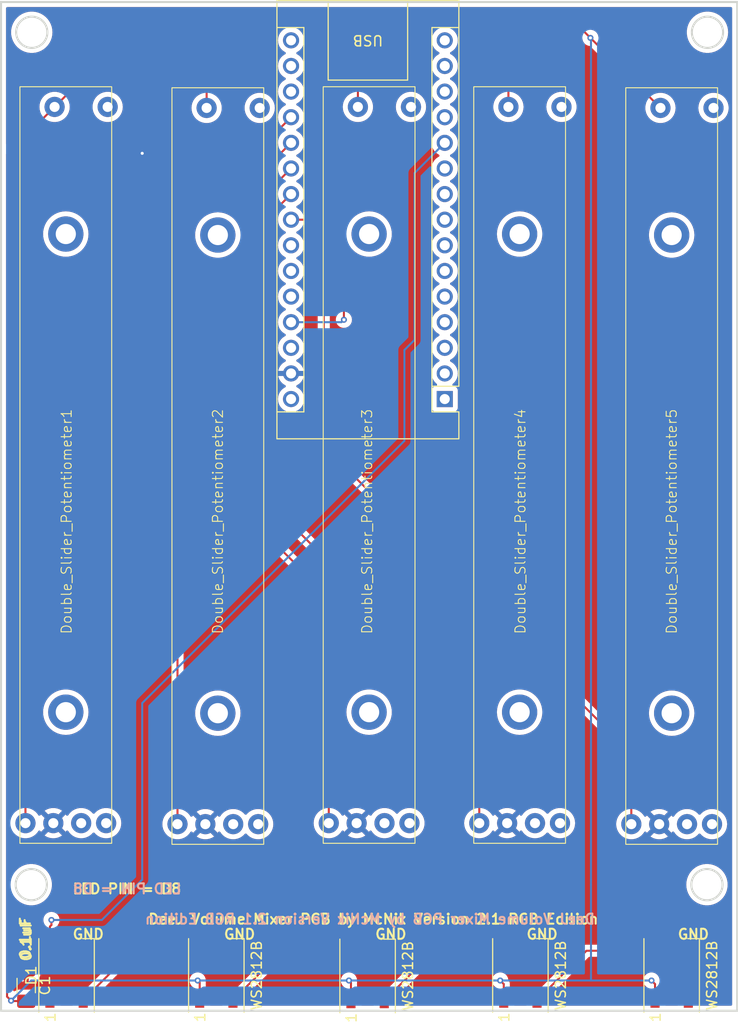
<source format=kicad_pcb>
(kicad_pcb (version 20240108) (generator "pcbnew") (generator_version "8.0")
  (layers (0 "F.Cu" signal) (31 "B.Cu" signal) (34 "B.Paste" user) (35 "F.Paste" user) (36 "B.SilkS" user "B.Silkscreen") (37 "F.SilkS" user "F.Silkscreen") (38 "B.Mask" user) (39 "F.Mask" user) (44 "Edge.Cuts" user))
  (net 0 "")
  (net 5 "Net-(A1-A4)")
  (net 6 "Net-(A1-A1)")
  (net 16 "Net-(A1-A0)")
  (net 18 "Net-(A1-D8)")
  (net 20 "Net-(A1-A2)")
  (net 21 "Net-(A1-A3)")
  (net 44 "GND")
  (net 45 "+5V")
  (net 46 "Net-(D1-DOUT)")
  (net 47 "Net-(D2-DOUT)")
  (net 48 "Net-(D3-DOUT)")
  (net 49 "Net-(D4-DOUT)")
  (footprint "Niks_Footprints:Potentiometer B103 Slider 75x9.1mm" (layer "F.Cu") (at 109.95 100)
    (property "Reference" "Double_Slider_Potentiometer5" (at 4.55 -32 90) (layer "F.SilkS") (effects (font (thickness 0.1))))
    (property "Value" "~")
    (fp_rect (start 0 -75) (end 9.1 0) (stroke (width 0.1)) (fill none) (layer "F.SilkS"))
    (pad "1" thru_hole circle (at 0.55 -2) (size 2 2) (drill 1) (layers "*.Cu" "*.Mask") (net 5 "Net-(A1-A4)"))
    (pad "2" thru_hole circle (at 3.312 -2) (size 2 2) (drill 1) (layers "*.Cu" "*.Mask") (net 44 "GND"))
    (pad "3" thru_hole circle (at 6.074 -2) (size 2 2) (drill 1) (layers "*.Cu" "*.Mask"))
    (pad "4" thru_hole circle (at 8.55 -2) (size 2 2) (drill 1) (layers "*.Cu" "*.Mask"))
    (pad "5" thru_hole circle (at 3.438 -73) (size 2 2) (drill 1) (layers "*.Cu" "*.Mask") (net 45 "+5V"))
    (pad "6" thru_hole circle (at 8.7 -73) (size 2 2) (drill 1) (layers "*.Cu" "*.Mask"))
    (pad "7" thru_hole circle (at 4.55 -13) (size 3.5 3.5) (drill 2) (layers "*.Cu" "*.Mask"))
    (pad "8" thru_hole circle (at 4.55 -60.4) (size 3.5 3.5) (drill 2) (layers "*.Cu" "*.Mask"))
  )
  (footprint "LED_SMD:LED_WS2812B_PLCC4_5.0x5.0mm_P3.2mm" (layer "F.Cu") (at 99.5 113 90)
    (property "Reference" "D4" (hide yes))
    (property "Value" "WS2812B" (at 0 4 -90) (layer "F.SilkS"))
    (fp_line (start -3.65 -2.75) (end 3.65 -2.75) (stroke (width 0.12)) (layer "F.SilkS"))
    (fp_line (start 3.65 2.75) (end 3.65 1.6) (stroke (width 0.12)) (layer "F.SilkS"))
    (fp_line (start -3.65 2.75) (end 3.65 2.75) (stroke (width 0.12)) (layer "F.SilkS"))
    (fp_text user "1" (at -4.15 -1.6 -90) (layer "F.SilkS"))
    (pad "1" smd rect (at -2.45 -1.65 90) (size 1.5 0.9) (layers "F.Cu" "F.Paste" "F.Mask") (net 45 "+5V"))
    (pad "2" smd rect (at -2.45 1.65 90) (size 1.5 0.9) (layers "F.Cu" "F.Paste" "F.Mask") (net 49 "Net-(D4-DOUT)"))
    (pad "3" smd rect (at 2.45 1.65 90) (size 1.5 0.9) (layers "F.Cu" "F.Paste" "F.Mask") (net 44 "GND"))
    (pad "4" smd rect (at 2.45 -1.65 90) (size 1.5 0.9) (layers "F.Cu" "F.Paste" "F.Mask") (net 48 "Net-(D3-DOUT)"))
  )
  (footprint "Module:Arduino_Nano" (layer "F.Cu") (at 92 55.86 180)
    (property "Reference" "A1" (hide yes))
    (property "Value" "Arduino_Nano_v3.x")
    (fp_line (start 16.64 39.5) (end 16.64 -3.94) (stroke (width 0.12)) (layer "F.SilkS"))
    (fp_line (start 16.64 39.5) (end 11.56 39.5) (stroke (width 0.12)) (layer "F.SilkS"))
    (fp_line (start 16.64 -3.94) (end -1.4 -3.94) (stroke (width 0.12)) (layer "F.SilkS"))
    (fp_line (start 13.97 36.83) (end 16.64 36.83) (stroke (width 0.12)) (layer "F.SilkS"))
    (fp_line (start 13.97 -1.27) (end 16.64 -1.27) (stroke (width 0.12)) (layer "F.SilkS"))
    (fp_line (start 13.97 -1.27) (end 13.97 36.83) (stroke (width 0.12)) (layer "F.SilkS"))
    (fp_line (start 11.56 39.5) (end 3.68 39.5) (stroke (width 0.12)) (layer "F.SilkS"))
    (fp_line (start 11.56 31.62) (end 11.56 39.5) (stroke (width 0.12)) (layer "F.SilkS"))
    (fp_line (start 3.68 39.5) (end 3.68 31.62) (stroke (width 0.12)) (layer "F.SilkS"))
    (fp_line (start 3.68 31.62) (end 11.56 31.62) (stroke (width 0.12)) (layer "F.SilkS"))
    (fp_line (start 1.27 36.83) (end -1.4 36.83) (stroke (width 0.12)) (layer "F.SilkS"))
    (fp_line (start 1.27 1.27) (end 1.27 36.83) (stroke (width 0.12)) (layer "F.SilkS"))
    (fp_line (start 1.27 1.27) (end 1.27 -1.27) (stroke (width 0.12)) (layer "F.SilkS"))
    (fp_line (start 1.27 1.27) (end -1.4 1.27) (stroke (width 0.12)) (layer "F.SilkS"))
    (fp_line (start 1.27 -1.27) (end -1.4 -1.27) (stroke (width 0.12)) (layer "F.SilkS"))
    (fp_line (start -1.4 39.5) (end 3.68 39.5) (stroke (width 0.12)) (layer "F.SilkS"))
    (fp_line (start -1.4 1.27) (end -1.4 39.5) (stroke (width 0.12)) (layer "F.SilkS"))
    (fp_line (start -1.4 -3.94) (end -1.4 -1.27) (stroke (width 0.12)) (layer "F.SilkS"))
    (fp_text user "USB" (at 7.62 35.56 180) (layer "F.SilkS"))
    (pad "1" thru_hole rect (at 0 0 180) (size 1.6 1.6) (drill 1) (layers "*.Cu" "*.Mask"))
    (pad "2" thru_hole oval (at 0 2.54 180) (size 1.6 1.6) (drill 1) (layers "*.Cu" "*.Mask"))
    (pad "3" thru_hole oval (at 0 5.08 180) (size 1.6 1.6) (drill 1) (layers "*.Cu" "*.Mask"))
    (pad "4" thru_hole oval (at 0 7.62 180) (size 1.6 1.6) (drill 1) (layers "*.Cu" "*.Mask"))
    (pad "5" thru_hole oval (at 0 10.16 180) (size 1.6 1.6) (drill 1) (layers "*.Cu" "*.Mask"))
    (pad "6" thru_hole oval (at 0 12.7 180) (size 1.6 1.6) (drill 1) (layers "*.Cu" "*.Mask"))
    (pad "7" thru_hole oval (at 0 15.24 180) (size 1.6 1.6) (drill 1) (layers "*.Cu" "*.Mask"))
    (pad "8" thru_hole oval (at 0 17.78 180) (size 1.6 1.6) (drill 1) (layers "*.Cu" "*.Mask"))
    (pad "9" thru_hole oval (at 0 20.32 180) (size 1.6 1.6) (drill 1) (layers "*.Cu" "*.Mask"))
    (pad "10" thru_hole oval (at 0 22.86 180) (size 1.6 1.6) (drill 1) (layers "*.Cu" "*.Mask"))
    (pad "11" thru_hole oval (at 0 25.4 180) (size 1.6 1.6) (drill 1) (layers "*.Cu" "*.Mask") (net 18 "Net-(A1-D8)"))
    (pad "12" thru_hole oval (at 0 27.94 180) (size 1.6 1.6) (drill 1) (layers "*.Cu" "*.Mask"))
    (pad "13" thru_hole oval (at 0 30.48 180) (size 1.6 1.6) (drill 1) (layers "*.Cu" "*.Mask"))
    (pad "14" thru_hole oval (at 0 33.02 180) (size 1.6 1.6) (drill 1) (layers "*.Cu" "*.Mask"))
    (pad "15" thru_hole oval (at 0 35.56 180) (size 1.6 1.6) (drill 1) (layers "*.Cu" "*.Mask"))
    (pad "16" thru_hole oval (at 15.24 35.56 180) (size 1.6 1.6) (drill 1) (layers "*.Cu" "*.Mask"))
    (pad "17" thru_hole oval (at 15.24 33.02 180) (size 1.6 1.6) (drill 1) (layers "*.Cu" "*.Mask"))
    (pad "18" thru_hole oval (at 15.24 30.48 180) (size 1.6 1.6) (drill 1) (layers "*.Cu" "*.Mask"))
    (pad "19" thru_hole oval (at 15.24 27.94 180) (size 1.6 1.6) (drill 1) (layers "*.Cu" "*.Mask") (net 16 "Net-(A1-A0)"))
    (pad "20" thru_hole oval (at 15.24 25.4 180) (size 1.6 1.6) (drill 1) (layers "*.Cu" "*.Mask") (net 6 "Net-(A1-A1)"))
    (pad "21" thru_hole oval (at 15.24 22.86 180) (size 1.6 1.6) (drill 1) (layers "*.Cu" "*.Mask") (net 20 "Net-(A1-A2)"))
    (pad "22" thru_hole oval (at 15.24 20.32 180) (size 1.6 1.6) (drill 1) (layers "*.Cu" "*.Mask") (net 21 "Net-(A1-A3)"))
    (pad "23" thru_hole oval (at 15.24 17.78 180) (size 1.6 1.6) (drill 1) (layers "*.Cu" "*.Mask") (net 5 "Net-(A1-A4)"))
    (pad "24" thru_hole oval (at 15.24 15.24 180) (size 1.6 1.6) (drill 1) (layers "*.Cu" "*.Mask"))
    (pad "25" thru_hole oval (at 15.24 12.7 180) (size 1.6 1.6) (drill 1) (layers "*.Cu" "*.Mask"))
    (pad "26" thru_hole oval (at 15.24 10.16 180) (size 1.6 1.6) (drill 1) (layers "*.Cu" "*.Mask"))
    (pad "27" thru_hole oval (at 15.24 7.62 180) (size 1.6 1.6) (drill 1) (layers "*.Cu" "*.Mask") (net 45 "+5V"))
    (pad "28" thru_hole oval (at 15.24 5.08 180) (size 1.6 1.6) (drill 1) (layers "*.Cu" "*.Mask"))
    (pad "29" thru_hole oval (at 15.24 2.54 180) (size 1.6 1.6) (drill 1) (layers "*.Cu" "*.Mask") (net 44 "GND"))
    (pad "30" thru_hole oval (at 15.24 0 180) (size 1.6 1.6) (drill 1) (layers "*.Cu" "*.Mask"))
  )
  (footprint "LED_SMD:LED_WS2812B_PLCC4_5.0x5.0mm_P3.2mm" (layer "F.Cu") (at 69.35 113 90)
    (property "Reference" "D2" (hide yes))
    (property "Value" "WS2812B" (at 0 4 -90) (layer "F.SilkS"))
    (fp_line (start -3.65 -2.75) (end 3.65 -2.75) (stroke (width 0.12)) (layer "F.SilkS"))
    (fp_line (start 3.65 2.75) (end 3.65 1.6) (stroke (width 0.12)) (layer "F.SilkS"))
    (fp_line (start -3.65 2.75) (end 3.65 2.75) (stroke (width 0.12)) (layer "F.SilkS"))
    (fp_text user "1" (at -4.15 -1.6 -90) (layer "F.SilkS"))
    (pad "1" smd rect (at -2.45 -1.65 90) (size 1.5 0.9) (layers "F.Cu" "F.Paste" "F.Mask") (net 45 "+5V"))
    (pad "2" smd rect (at -2.45 1.65 90) (size 1.5 0.9) (layers "F.Cu" "F.Paste" "F.Mask") (net 47 "Net-(D2-DOUT)"))
    (pad "3" smd rect (at 2.45 1.65 90) (size 1.5 0.9) (layers "F.Cu" "F.Paste" "F.Mask") (net 44 "GND"))
    (pad "4" smd rect (at 2.45 -1.65 90) (size 1.5 0.9) (layers "F.Cu" "F.Paste" "F.Mask") (net 46 "Net-(D1-DOUT)"))
  )
  (footprint "LED_SMD:LED_WS2812B_PLCC4_5.0x5.0mm_P3.2mm" (layer "F.Cu") (at 84.35 113.05 90)
    (property "Reference" "D3" (hide yes))
    (property "Value" "WS2812B" (at 0 4 -90) (layer "F.SilkS"))
    (fp_line (start -3.65 -2.75) (end 3.65 -2.75) (stroke (width 0.12)) (layer "F.SilkS"))
    (fp_line (start 3.65 2.75) (end 3.65 1.6) (stroke (width 0.12)) (layer "F.SilkS"))
    (fp_line (start -3.65 2.75) (end 3.65 2.75) (stroke (width 0.12)) (layer "F.SilkS"))
    (fp_text user "1" (at -4.15 -1.6 -90) (layer "F.SilkS"))
    (pad "1" smd rect (at -2.45 -1.65 90) (size 1.5 0.9) (layers "F.Cu" "F.Paste" "F.Mask") (net 45 "+5V"))
    (pad "2" smd rect (at -2.45 1.65 90) (size 1.5 0.9) (layers "F.Cu" "F.Paste" "F.Mask") (net 48 "Net-(D3-DOUT)"))
    (pad "3" smd rect (at 2.45 1.65 90) (size 1.5 0.9) (layers "F.Cu" "F.Paste" "F.Mask") (net 44 "GND"))
    (pad "4" smd rect (at 2.45 -1.65 90) (size 1.5 0.9) (layers "F.Cu" "F.Paste" "F.Mask") (net 47 "Net-(D2-DOUT)"))
  )
  (footprint "Niks_Footprints:Potentiometer B103 Slider 75x9.1mm" (layer "F.Cu") (at 64.95 100)
    (property "Reference" "Double_Slider_Potentiometer2" (at 4.55 -32 90) (layer "F.SilkS") (effects (font (thickness 0.1))))
    (property "Value" "~")
    (fp_rect (start 0 -75) (end 9.1 0) (stroke (width 0.1)) (fill none) (layer "F.SilkS"))
    (pad "1" thru_hole circle (at 0.55 -2) (size 2 2) (drill 1) (layers "*.Cu" "*.Mask") (net 6 "Net-(A1-A1)"))
    (pad "2" thru_hole circle (at 3.312 -2) (size 2 2) (drill 1) (layers "*.Cu" "*.Mask") (net 44 "GND"))
    (pad "3" thru_hole circle (at 6.074 -2) (size 2 2) (drill 1) (layers "*.Cu" "*.Mask"))
    (pad "4" thru_hole circle (at 8.55 -2) (size 2 2) (drill 1) (layers "*.Cu" "*.Mask"))
    (pad "5" thru_hole circle (at 3.438 -73) (size 2 2) (drill 1) (layers "*.Cu" "*.Mask") (net 45 "+5V"))
    (pad "6" thru_hole circle (at 8.7 -73) (size 2 2) (drill 1) (layers "*.Cu" "*.Mask"))
    (pad "7" thru_hole circle (at 4.55 -13) (size 3.5 3.5) (drill 2) (layers "*.Cu" "*.Mask"))
    (pad "8" thru_hole circle (at 4.55 -60.4) (size 3.5 3.5) (drill 2) (layers "*.Cu" "*.Mask"))
  )
  (footprint "Niks_Footprints:Potentiometer B103 Slider 75x9.1mm" (layer "F.Cu") (at 49.875 99.9)
    (property "Reference" "Double_Slider_Potentiometer1" (at 4.625 -31.9 90) (layer "F.SilkS") (effects (font (thickness 0.1))))
    (property "Value" "~")
    (fp_rect (start 0 -75) (end 9.1 0) (stroke (width 0.1)) (fill none) (layer "F.SilkS"))
    (pad "1" thru_hole circle (at 0.55 -2) (size 2 2) (drill 1) (layers "*.Cu" "*.Mask") (net 16 "Net-(A1-A0)"))
    (pad "2" thru_hole circle (at 3.312 -2) (size 2 2) (drill 1) (layers "*.Cu" "*.Mask") (net 44 "GND"))
    (pad "3" thru_hole circle (at 6.074 -2) (size 2 2) (drill 1) (layers "*.Cu" "*.Mask"))
    (pad "4" thru_hole circle (at 8.55 -2) (size 2 2) (drill 1) (layers "*.Cu" "*.Mask"))
    (pad "5" thru_hole circle (at 3.438 -73) (size 2 2) (drill 1) (layers "*.Cu" "*.Mask") (net 45 "+5V"))
    (pad "6" thru_hole circle (at 8.7 -73) (size 2 2) (drill 1) (layers "*.Cu" "*.Mask"))
    (pad "7" thru_hole circle (at 4.55 -13) (size 3.5 3.5) (drill 2) (layers "*.Cu" "*.Mask"))
    (pad "8" thru_hole circle (at 4.55 -60.4) (size 3.5 3.5) (drill 2) (layers "*.Cu" "*.Mask"))
  )
  (footprint "LED_SMD:LED_WS2812B_PLCC4_5.0x5.0mm_P3.2mm" (layer "F.Cu") (at 54.5 113 90)
    (property "Reference" "D1" (at 0 -3.5 90) (layer "F.SilkS"))
    (property "Value" "WS2812B")
    (fp_line (start -3.65 -2.75) (end 3.65 -2.75) (stroke (width 0.12)) (layer "F.SilkS"))
    (fp_line (start 3.65 2.75) (end 3.65 1.6) (stroke (width 0.12)) (layer "F.SilkS"))
    (fp_line (start -3.65 2.75) (end 3.65 2.75) (stroke (width 0.12)) (layer "F.SilkS"))
    (fp_text user "1" (at -4.15 -1.6 90) (layer "F.SilkS"))
    (pad "1" smd rect (at -2.45 -1.65 90) (size 1.5 0.9) (layers "F.Cu" "F.Paste" "F.Mask") (net 45 "+5V"))
    (pad "2" smd rect (at -2.45 1.65 90) (size 1.5 0.9) (layers "F.Cu" "F.Paste" "F.Mask") (net 46 "Net-(D1-DOUT)"))
    (pad "3" smd rect (at 2.45 1.65 90) (size 1.5 0.9) (layers "F.Cu" "F.Paste" "F.Mask") (net 44 "GND"))
    (pad "4" smd rect (at 2.45 -1.65 90) (size 1.5 0.9) (layers "F.Cu" "F.Paste" "F.Mask") (net 18 "Net-(A1-D8)"))
  )
  (footprint "LED_SMD:LED_WS2812B_PLCC4_5.0x5.0mm_P3.2mm" (layer "F.Cu") (at 114.5 113 90)
    (property "Reference" "D5" (hide yes))
    (property "Value" "WS2812B" (at 0 4 -90) (layer "F.SilkS"))
    (fp_line (start -3.65 -2.75) (end 3.65 -2.75) (stroke (width 0.12)) (layer "F.SilkS"))
    (fp_line (start 3.65 2.75) (end 3.65 1.6) (stroke (width 0.12)) (layer "F.SilkS"))
    (fp_line (start -3.65 2.75) (end 3.65 2.75) (stroke (width 0.12)) (layer "F.SilkS"))
    (fp_text user "1" (at -4.15 -1.6 -90) (layer "F.SilkS"))
    (pad "1" smd rect (at -2.45 -1.65 90) (size 1.5 0.9) (layers "F.Cu" "F.Paste" "F.Mask") (net 45 "+5V"))
    (pad "2" smd rect (at -2.45 1.65 90) (size 1.5 0.9) (layers "F.Cu" "F.Paste" "F.Mask"))
    (pad "3" smd rect (at 2.45 1.65 90) (size 1.5 0.9) (layers "F.Cu" "F.Paste" "F.Mask") (net 44 "GND"))
    (pad "4" smd rect (at 2.45 -1.65 90) (size 1.5 0.9) (layers "F.Cu" "F.Paste" "F.Mask") (net 49 "Net-(D4-DOUT)"))
  )
  (footprint "Niks_Footprints:Potentiometer B103 Slider 75x9.1mm" (layer "F.Cu") (at 94.875 99.9)
    (property "Reference" "Double_Slider_Potentiometer4" (at 4.625 -31.9 90) (layer "F.SilkS") (effects (font (thickness 0.1))))
    (property "Value" "~")
    (fp_rect (start 0 -75) (end 9.1 0) (stroke (width 0.1)) (fill none) (layer "F.SilkS"))
    (pad "1" thru_hole circle (at 0.55 -2) (size 2 2) (drill 1) (layers "*.Cu" "*.Mask") (net 21 "Net-(A1-A3)"))
    (pad "2" thru_hole circle (at 3.312 -2) (size 2 2) (drill 1) (layers "*.Cu" "*.Mask") (net 44 "GND"))
    (pad "3" thru_hole circle (at 6.074 -2) (size 2 2) (drill 1) (layers "*.Cu" "*.Mask"))
    (pad "4" thru_hole circle (at 8.55 -2) (size 2 2) (drill 1) (layers "*.Cu" "*.Mask"))
    (pad "5" thru_hole circle (at 3.438 -73) (size 2 2) (drill 1) (layers "*.Cu" "*.Mask") (net 45 "+5V"))
    (pad "6" thru_hole circle (at 8.7 -73) (size 2 2) (drill 1) (layers "*.Cu" "*.Mask"))
    (pad "7" thru_hole circle (at 4.55 -13) (size 3.5 3.5) (drill 2) (layers "*.Cu" "*.Mask"))
    (pad "8" thru_hole circle (at 4.55 -60.4) (size 3.5 3.5) (drill 2) (layers "*.Cu" "*.Mask"))
  )
  (footprint "Capacitor_SMD:C_1206_3216Metric_Pad1.33x1.80mm_HandSolder" (layer "F.Cu") (at 50.5 114 -90)
    (property "Reference" "C1" (at 0 -1.85 90) (layer "F.SilkS"))
    (property "Value" "0.1uF" (at -4.5 0 90) (layer "F.SilkS") (effects (font (thickness 0.2) (bold yes))))
    (fp_line (start -0.711252 0.91) (end 0.711252 0.91) (stroke (width 0.12)) (layer "F.SilkS"))
    (fp_line (start -0.711252 -0.91) (end 0.711252 -0.91) (stroke (width 0.12)) (layer "F.SilkS"))
    (pad "1" smd roundrect (at -1.5625 0 270) (size 1.325 1.8) (layers "F.Cu" "F.Paste" "F.Mask") (roundrect_rratio 0.1886792453) (net 44 "GND"))
    (pad "2" smd roundrect (at 1.5625 0 270) (size 1.325 1.8) (layers "F.Cu" "F.Paste" "F.Mask") (roundrect_rratio 0.1886792453) (net 45 "+5V"))
  )
  (footprint "Niks_Footprints:Potentiometer B103 Slider 75x9.1mm" (layer "F.Cu") (at 79.95 99.9)
    (property "Reference" "Double_Slider_Potentiometer3" (at 4.35 -31.9 90) (layer "F.SilkS") (effects (font (thickness 0.1))))
    (property "Value" "~")
    (fp_rect (start 0 -75) (end 9.1 0) (stroke (width 0.1)) (fill none) (layer "F.SilkS"))
    (pad "1" thru_hole circle (at 0.55 -2) (size 2 2) (drill 1) (layers "*.Cu" "*.Mask") (net 20 "Net-(A1-A2)"))
    (pad "2" thru_hole circle (at 3.312 -2) (size 2 2) (drill 1) (layers "*.Cu" "*.Mask") (net 44 "GND"))
    (pad "3" thru_hole circle (at 6.074 -2) (size 2 2) (drill 1) (layers "*.Cu" "*.Mask"))
    (pad "4" thru_hole circle (at 8.55 -2) (size 2 2) (drill 1) (layers "*.Cu" "*.Mask"))
    (pad "5" thru_hole circle (at 3.438 -73) (size 2 2) (drill 1) (layers "*.Cu" "*.Mask") (net 45 "+5V"))
    (pad "6" thru_hole circle (at 8.7 -73) (size 2 2) (drill 1) (layers "*.Cu" "*.Mask"))
    (pad "7" thru_hole circle (at 4.55 -13) (size 3.5 3.5) (drill 2) (layers "*.Cu" "*.Mask"))
    (pad "8" thru_hole circle (at 4.55 -60.4) (size 3.5 3.5) (drill 2) (layers "*.Cu" "*.Mask"))
  )
  (gr_circle (center 51 104) (end 52.55 104) (stroke (width 0.2)) (fill none) (layer "Edge.Cuts"))
  (gr_circle (center 51.05 19.5) (end 52.6 19.5) (stroke (width 0.2)) (fill none) (layer "Edge.Cuts"))
  (gr_rect (start 48 16.5) (end 121 116.5) (stroke (width 0.2)) (fill none) (layer "Edge.Cuts"))
  (gr_circle (center 118 104) (end 119.55 104) (stroke (width 0.2)) (fill none) (layer "Edge.Cuts"))
  (gr_circle (center 118.05 19.5) (end 119.6 19.5) (stroke (width 0.2)) (fill none) (layer "Edge.Cuts"))
  (gr_text "DeeJ Volume Mixer PCB by McNik Version 2.1 RGB Edition" (at 107 108 0) (layer "B.SilkS") (effects (font (size 1 1) (thickness 0.2) (bold yes)) (justify left bottom mirror)))
  (gr_text "LED PIN = D8" (at 66 105 0) (layer "B.SilkS") (effects (font (size 1 1) (thickness 0.2) (bold yes)) (justify left bottom mirror)))
  (gr_text "GND" (at 55 109.5 0) (layer "F.SilkS") (effects (font (size 1 1) (thickness 0.2) (bold yes)) (justify left bottom)))
  (gr_text "LED PIN = D8" (at 55 105 0) (layer "F.SilkS") (effects (font (size 1 1) (thickness 0.2) (bold yes)) (justify left bottom)))
  (gr_text "0.1uF" (at 51 111.5 90) (layer "F.SilkS") (effects (font (size 1 1) (thickness 0.2) (bold yes)) (justify left bottom)))
  (gr_text "DeeJ Volume Mixer PCB by McNik Version 2.1 RGB Edition" (at 62.5 108 0) (layer "F.SilkS") (effects (font (size 1 1) (thickness 0.2) (bold yes)) (justify left bottom)))
  (gr_text "GND" (at 100 109.5 0) (layer "F.SilkS") (effects (font (size 1 1) (thickness 0.2) (bold yes)) (justify left bottom)))
  (gr_text "GND" (at 115 109.5 0) (layer "F.SilkS") (effects (font (size 1 1) (thickness 0.2) (bold yes)) (justify left bottom)))
  (gr_text "GND" (at 85 109.5 0) (layer "F.SilkS") (effects (font (size 1 1) (thickness 0.2) (bold yes)) (justify left bottom)))
  (gr_text "GND" (at 70 109.5 0) (layer "F.SilkS") (effects (font (size 1 1) (thickness 0.2) (bold yes)) (justify left bottom)))
  (segment (start 110.5 91) (end 80 60.5) (width 0.2) (layer "F.Cu") (net 5))
  (segment (start 78.08 38.08) (end 76.76 38.08) (width 0.2) (layer "F.Cu") (net 5))
  (segment (start 80 40) (end 78.08 38.08) (width 0.2) (layer "F.Cu") (net 5))
  (segment (start 110.5 98) (end 110.5 91) (width 0.2) (layer "F.Cu") (net 5))
  (segment (start 80 60.5) (end 80 40) (width 0.2) (layer "F.Cu") (net 5))
  (segment (start 72.5 41.5) (end 72.5 34.72) (width 0.2) (layer "F.Cu") (net 6))
  (segment (start 65.5 98) (end 65.5 48.5) (width 0.2) (layer "F.Cu") (net 6))
  (segment (start 72.5 34.72) (end 76.76 30.46) (width 0.2) (layer "F.Cu") (net 6))
  (segment (start 65.5 48.5) (end 72.5 41.5) (width 0.2) (layer "F.Cu") (net 6))
  (segment (start 50.425 54.255) (end 76.76 27.92) (width 0.2) (layer "F.Cu") (net 16))
  (segment (start 50.425 97.9) (end 50.425 54.255) (width 0.2) (layer "F.Cu") (net 16))
  (segment (start 53 107.5) (end 53 108) (width 0.2) (layer "F.Cu") (net 18))
  (segment (start 53 108) (end 52.85 108.15) (width 0.2) (layer "F.Cu") (net 18))
  (segment (start 52.85 108.15) (end 52.85 110.55) (width 0.2) (layer "F.Cu") (net 18))
  (via (at 53 107.5) (size 0.6) (drill 0.3) (layers "F.Cu" "B.Cu") (net 18))
  (segment (start 88 60) (end 62 86) (width 0.2) (layer "B.Cu") (net 18))
  (segment (start 58 107.5) (end 53 107.5) (width 0.2) (layer "B.Cu") (net 18))
  (segment (start 92 30.46) (end 89 33.46) (width 0.2) (layer "B.Cu") (net 18))
  (segment (start 62 103.5) (end 58 107.5) (width 0.2) (layer "B.Cu") (net 18))
  (segment (start 89 50) (end 88 51) (width 0.2) (layer "B.Cu") (net 18))
  (segment (start 62 86) (end 62 103.5) (width 0.2) (layer "B.Cu") (net 18))
  (segment (start 89 33.46) (end 89 50) (width 0.2) (layer "B.Cu") (net 18))
  (segment (start 88 51) (end 88 60) (width 0.2) (layer "B.Cu") (net 18))
  (segment (start 73.5 36.26) (end 76.76 33) (width 0.2) (layer "F.Cu") (net 20))
  (segment (start 80.5 97.9) (end 80.1 97.9) (width 0.2) (layer "F.Cu") (net 20))
  (segment (start 80.1 97.9) (end 80 98) (width 0.2) (layer "F.Cu") (net 20))
  (segment (start 80.5 97.9) (end 80.5 75.5) (width 0.2) (layer "F.Cu") (net 20))
  (segment (start 73.5 68.5) (end 73.5 36.26) (width 0.2) (layer "F.Cu") (net 20))
  (segment (start 80.5 75.5) (end 73.5 68.5) (width 0.2) (layer "F.Cu") (net 20))
  (segment (start 95.425 86.925) (end 95.425 97.9) (width 0.2) (layer "F.Cu") (net 21))
  (segment (start 74.5 37.5) (end 74.5 66) (width 0.2) (layer "F.Cu") (net 21))
  (segment (start 76.76 35.54) (end 74.8 37.5) (width 0.2) (layer "F.Cu") (net 21))
  (segment (start 74.5 66) (end 95.425 86.925) (width 0.2) (layer "F.Cu") (net 21))
  (segment (start 74.8 37.5) (end 74.5 37.5) (width 0.2) (layer "F.Cu") (net 21))
  (via (at 62 31.5) (size 0.6) (drill 0.3) (layers "F.Cu" "B.Cu") (net 44))
  (segment (start 112.7625 115.5375) (end 112.85 115.45) (width 0.2) (layer "F.Cu") (net 45))
  (segment (start 97.7625 115.5375) (end 97.85 115.45) (width 0.2) (layer "F.Cu") (net 45))
  (segment (start 112.5 113.5) (end 112.4625 113.4625) (width 0.2) (layer "F.Cu") (net 45))
  (segment (start 82.7 115.5) (end 82.7 113.7) (width 0.2) (layer "F.Cu") (net 45))
  (segment (start 106.444 20.056) (end 113.388 27) (width 0.2) (layer "F.Cu") (net 45))
  (segment (start 68.388 27) (end 68.388 18.612) (width 0.2) (layer "F.Cu") (net 45))
  (segment (start 83.388 18.612) (end 83.5 18.5) (width 0.2) (layer "F.Cu") (net 45))
  (segment (start 82.5 113.5) (end 82.4625 113.4625) (width 0.2) (layer "F.Cu") (net 45))
  (segment (start 98.5 18.5) (end 104.888 18.5) (width 0.2) (layer "F.Cu") (net 45))
  (segment (start 67.7 113.7) (end 67.5 113.5) (width 0.2) (layer "F.Cu") (net 45))
  (segment (start 83.388 26.9) (end 83.388 18.612) (width 0.2) (layer "F.Cu") (net 45))
  (segment (start 83.5 18.5) (end 98.5 18.5) (width 0.2) (layer "F.Cu") (net 45))
  (segment (start 68.5 18.5) (end 80 18.5) (width 0.2) (layer "F.Cu") (net 45))
  (segment (start 97.85 115.45) (end 97.85 113.85) (width 0.2) (layer "F.Cu") (net 45))
  (segment (start 52.85 115.45) (end 52.7625 115.5375) (width 0.2) (layer "F.Cu") (net 45))
  (segment (start 98.313 18.687) (end 98.5 18.5) (width 0.2) (layer "F.Cu") (net 45))
  (segment (start 112.85 113.85) (end 112.5 113.5) (width 0.2) (layer "F.Cu") (net 45))
  (segment (start 112.85 115.45) (end 112.85 113.85) (width 0.2) (layer "F.Cu") (net 45))
  (segment (start 68.388 18.612) (end 68.5 18.5) (width 0.2) (layer "F.Cu") (net 45))
  (segment (start 49 115.5) (end 48.6 115.1) (width 0.2) (layer "F.Cu") (net 45))
  (segment (start 49.0375 115.5375) (end 49 115.5) (width 0.2) (layer "F.Cu") (net 45))
  (segment (start 82.6625 115.5375) (end 82.7 115.5) (width 0.2) (layer "F.Cu") (net 45))
  (segment (start 82.7 113.7) (end 82.5 113.5) (width 0.2) (layer "F.Cu") (net 45))
  (segment (start 80 18.5) (end 83.5 18.5) (width 0.2) (layer "F.Cu") (net 45))
  (segment (start 98.313 26.9) (end 98.313 18.687) (width 0.2) (layer "F.Cu") (net 45))
  (segment (start 67.6125 115.5375) (end 67.7 115.45) (width 0.2) (layer "F.Cu") (net 45))
  (segment (start 48.6 31.613) (end 53.313 26.9) (width 0.2) (layer "F.Cu") (net 45))
  (segment (start 80.5 37) (end 80.5 19) (width 0.2) (layer "F.Cu") (net 45))
  (segment (start 97.85 113.85) (end 97.5 113.5) (width 0.2) (layer "F.Cu") (net 45))
  (segment (start 104.888 18.5) (end 106.444 20.056) (width 0.2) (layer "F.Cu") (net 45))
  (segment (start 48.6 115.1) (end 48.6 31.613) (width 0.2) (layer "F.Cu") (net 45))
  (segment (start 80.5 19) (end 80 18.5) (width 0.2) (layer "F.Cu") (net 45))
  (segment (start 52.7625 115.5375) (end 49.0375 115.5375) (width 0.2) (layer "F.Cu") (net 45))
  (segment (start 67.7 115.45) (end 67.7 113.7) (width 0.2) (layer "F.Cu") (net 45))
  (segment (start 82 38.5) (end 80.5 37) (width 0.2) (layer "F.Cu") (net 45))
  (segment (start 82 48) (end 82 38.5) (width 0.2) (layer "F.Cu") (net 45))
  (segment (start 53.313 26.9) (end 61.713 18.5) (width 0.2) (layer "F.Cu") (net 45))
  (segment (start 61.713 18.5) (end 68.5 18.5) (width 0.2) (layer "F.Cu") (net 45))
  (via (at 82.5 113.5) (size 0.6) (drill 0.3) (layers "F.Cu" "B.Cu") (net 45))
  (via (at 49 115.5) (size 0.6) (drill 0.3) (layers "F.Cu" "B.Cu") (net 45))
  (via (at 97.5 113.5) (size 0.6) (drill 0.3) (layers "F.Cu" "B.Cu") (net 45))
  (via (at 67.5 113.5) (size 0.6) (drill 0.3) (layers "F.Cu" "B.Cu") (net 45))
  (via (at 82 48) (size 0.6) (drill 0.3) (layers "F.Cu" "B.Cu") (net 45))
  (via (at 112.5 113.5) (size 0.6) (drill 0.3) (layers "F.Cu" "B.Cu") (net 45))
  (via (at 106.444 20.056) (size 0.6) (drill 0.3) (layers "F.Cu" "B.Cu") (net 45))
  (segment (start 106.5 103.5) (end 106.5 20.112) (width 0.2) (layer "B.Cu") (net 45))
  (segment (start 82.5 113.5) (end 67.5 113.5) (width 0.2) (layer "B.Cu") (net 45))
  (segment (start 49 115.5) (end 49.5 115) (width 0.2) (layer "B.Cu") (net 45))
  (segment (start 106.5 103.5) (end 106.5 104) (width 0.2) (layer "B.Cu") (net 45))
  (segment (start 106.5 104) (end 106.5 113.5) (width 0.2) (layer "B.Cu") (net 45))
  (segment (start 106.5 20.112) (end 106.444 20.056) (width 0.2) (layer "B.Cu") (net 45))
  (segment (start 106.5 113.5) (end 97.5 113.5) (width 0.2) (layer "B.Cu") (net 45))
  (segment (start 82 48) (end 81.76 48.24) (width 0.2) (layer "B.Cu") (net 45))
  (segment (start 106.5 113.5) (end 112.5 113.5) (width 0.2) (layer "B.Cu") (net 45))
  (segment (start 81.76 48.24) (end 76.76 48.24) (width 0.2) (layer "B.Cu") (net 45))
  (segment (start 67.5 113.5) (end 51 113.5) (width 0.2) (layer "B.Cu") (net 45))
  (segment (start 97.5 113.5) (end 82.5 113.5) (width 0.2) (layer "B.Cu") (net 45))
  (segment (start 51 113.5) (end 49 115.5) (width 0.2) (layer "B.Cu") (net 45))
  (segment (start 56.15 115.45) (end 61.05 110.55) (width 0.2) (layer "F.Cu") (net 46))
  (segment (start 61.05 110.55) (end 67.7 110.55) (width 0.2) (layer "F.Cu") (net 46))
  (segment (start 75.85 110.6) (end 82.7 110.6) (width 0.2) (layer "F.Cu") (net 47))
  (segment (start 71 115.45) (end 75.85 110.6) (width 0.2) (layer "F.Cu") (net 47))
  (segment (start 86 115.5) (end 90.95 110.55) (width 0.2) (layer "F.Cu") (net 48))
  (segment (start 90.95 110.55) (end 97.85 110.55) (width 0.2) (layer "F.Cu") (net 48))
  (segment (start 101.15 115.45) (end 106.05 110.55) (width 0.2) (layer "F.Cu") (net 49))
  (segment (start 106.05 110.55) (end 112.85 110.55) (width 0.2) (layer "F.Cu") (net 49))
  (zone (net 44) (net_name "GND") (layer "F.Cu") (connect_pads (clearance 0.5)) (min_thickness 0.25) (fill yes (thermal_gap 0.5) (thermal_bridge_width 0.5))
    (polygon (pts (xy 48 116.5) (xy 121 116.5) (xy 121 16.5) (xy 48 16.5)))
  )
  (zone (net 44) (net_name "GND") (layer "B.Cu") (priority 1) (connect_pads (clearance 0.5)) (min_thickness 0.25) (fill yes (thermal_gap 0.5) (thermal_bridge_width 0.5))
    (polygon (pts (xy 48 16.5) (xy 48.008427 116.5) (xy 121.008427 116.5) (xy 121 16.5)))
  )
)
</source>
